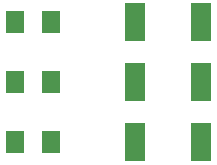
<source format=gtp>
G04 MADE WITH FRITZING*
G04 WWW.FRITZING.ORG*
G04 DOUBLE SIDED*
G04 HOLES PLATED*
G04 CONTOUR ON CENTER OF CONTOUR VECTOR*
%ASAXBY*%
%FSLAX23Y23*%
%MOIN*%
%OFA0B0*%
%SFA1.0B1.0*%
%ADD10R,0.070866X0.125984*%
%ADD11R,0.062992X0.074803*%
%LNPASTEMASK1*%
G90*
G70*
G54D10*
X3242Y2683D03*
X3463Y2683D03*
X3242Y2483D03*
X3463Y2483D03*
X3242Y2283D03*
X3463Y2283D03*
G54D11*
X2842Y2683D03*
X2964Y2683D03*
X2842Y2483D03*
X2964Y2483D03*
X2842Y2283D03*
X2964Y2283D03*
G04 End of PasteMask1*
M02*
</source>
